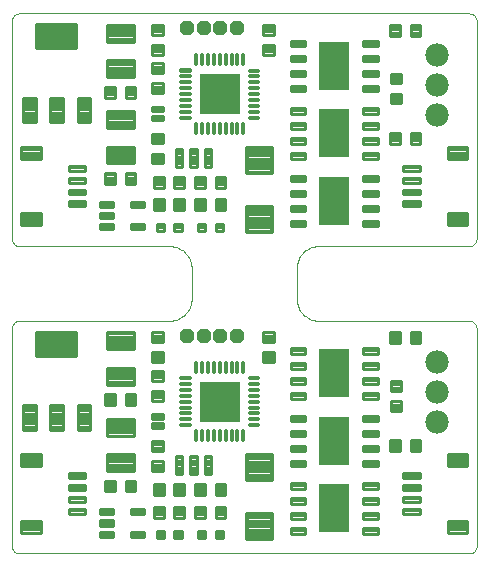
<source format=gts>
G75*
%MOIN*%
%OFA0B0*%
%FSLAX24Y24*%
%IPPOS*%
%LPD*%
%AMOC8*
5,1,8,0,0,1.08239X$1,22.5*
%
%ADD10C,0.0000*%
%ADD11R,0.1000X0.1625*%
%ADD12R,0.1375X0.1375*%
%ADD13C,0.0148*%
%ADD14C,0.0780*%
%ADD15C,0.0108*%
%ADD16C,0.0114*%
%ADD17C,0.0138*%
%ADD18C,0.0138*%
%ADD19C,0.0120*%
%ADD20C,0.0114*%
%ADD21C,0.0116*%
%ADD22C,0.0108*%
%ADD23C,0.0114*%
%ADD24C,0.0107*%
%ADD25C,0.0118*%
%ADD26OC8,0.0480*%
%ADD27C,0.0109*%
%ADD28C,0.0136*%
D10*
X000425Y000238D02*
X015425Y000238D01*
X015455Y000240D01*
X015485Y000245D01*
X015514Y000254D01*
X015541Y000267D01*
X015567Y000282D01*
X015591Y000301D01*
X015612Y000322D01*
X015631Y000346D01*
X015646Y000372D01*
X015659Y000399D01*
X015668Y000428D01*
X015673Y000458D01*
X015675Y000488D01*
X015675Y007738D01*
X015673Y007768D01*
X015668Y007798D01*
X015659Y007827D01*
X015646Y007854D01*
X015631Y007880D01*
X015612Y007904D01*
X015591Y007925D01*
X015567Y007944D01*
X015541Y007959D01*
X015514Y007972D01*
X015485Y007981D01*
X015455Y007986D01*
X015425Y007988D01*
X010425Y007988D01*
X010371Y007990D01*
X010318Y007996D01*
X010266Y008005D01*
X010214Y008018D01*
X010163Y008035D01*
X010113Y008056D01*
X010066Y008080D01*
X010020Y008107D01*
X009976Y008138D01*
X009934Y008171D01*
X009895Y008208D01*
X009858Y008247D01*
X009825Y008289D01*
X009794Y008333D01*
X009767Y008379D01*
X009743Y008426D01*
X009722Y008476D01*
X009705Y008527D01*
X009692Y008579D01*
X009683Y008631D01*
X009677Y008684D01*
X009675Y008738D01*
X009675Y009738D01*
X009677Y009792D01*
X009683Y009845D01*
X009692Y009897D01*
X009705Y009949D01*
X009722Y010000D01*
X009743Y010050D01*
X009767Y010097D01*
X009794Y010143D01*
X009825Y010187D01*
X009858Y010229D01*
X009895Y010268D01*
X009934Y010305D01*
X009976Y010338D01*
X010020Y010369D01*
X010066Y010396D01*
X010113Y010420D01*
X010163Y010441D01*
X010214Y010458D01*
X010266Y010471D01*
X010318Y010480D01*
X010371Y010486D01*
X010425Y010488D01*
X015425Y010488D01*
X015455Y010490D01*
X015485Y010495D01*
X015514Y010504D01*
X015541Y010517D01*
X015567Y010532D01*
X015591Y010551D01*
X015612Y010572D01*
X015631Y010596D01*
X015646Y010622D01*
X015659Y010649D01*
X015668Y010678D01*
X015673Y010708D01*
X015675Y010738D01*
X015675Y017988D01*
X015673Y018018D01*
X015668Y018048D01*
X015659Y018077D01*
X015646Y018104D01*
X015631Y018130D01*
X015612Y018154D01*
X015591Y018175D01*
X015567Y018194D01*
X015541Y018209D01*
X015514Y018222D01*
X015485Y018231D01*
X015455Y018236D01*
X015425Y018238D01*
X000425Y018238D01*
X000395Y018236D01*
X000365Y018231D01*
X000336Y018222D01*
X000309Y018209D01*
X000283Y018194D01*
X000259Y018175D01*
X000238Y018154D01*
X000219Y018130D01*
X000204Y018104D01*
X000191Y018077D01*
X000182Y018048D01*
X000177Y018018D01*
X000175Y017988D01*
X000175Y010738D01*
X000177Y010708D01*
X000182Y010678D01*
X000191Y010649D01*
X000204Y010622D01*
X000219Y010596D01*
X000238Y010572D01*
X000259Y010551D01*
X000283Y010532D01*
X000309Y010517D01*
X000336Y010504D01*
X000365Y010495D01*
X000395Y010490D01*
X000425Y010488D01*
X005425Y010488D01*
X005479Y010486D01*
X005532Y010480D01*
X005584Y010471D01*
X005636Y010458D01*
X005687Y010441D01*
X005737Y010420D01*
X005784Y010396D01*
X005830Y010369D01*
X005874Y010338D01*
X005916Y010305D01*
X005955Y010268D01*
X005992Y010229D01*
X006025Y010187D01*
X006056Y010143D01*
X006083Y010097D01*
X006107Y010050D01*
X006128Y010000D01*
X006145Y009949D01*
X006158Y009897D01*
X006167Y009845D01*
X006173Y009792D01*
X006175Y009738D01*
X006175Y008738D01*
X006173Y008684D01*
X006167Y008631D01*
X006158Y008579D01*
X006145Y008527D01*
X006128Y008476D01*
X006107Y008426D01*
X006083Y008379D01*
X006056Y008333D01*
X006025Y008289D01*
X005992Y008247D01*
X005955Y008208D01*
X005916Y008171D01*
X005874Y008138D01*
X005830Y008107D01*
X005784Y008080D01*
X005737Y008056D01*
X005687Y008035D01*
X005636Y008018D01*
X005584Y008005D01*
X005532Y007996D01*
X005479Y007990D01*
X005425Y007988D01*
X000425Y007988D01*
X000395Y007986D01*
X000365Y007981D01*
X000336Y007972D01*
X000309Y007959D01*
X000283Y007944D01*
X000259Y007925D01*
X000238Y007904D01*
X000219Y007880D01*
X000204Y007854D01*
X000191Y007827D01*
X000182Y007798D01*
X000177Y007768D01*
X000175Y007738D01*
X000175Y000488D01*
X000177Y000458D01*
X000182Y000428D01*
X000191Y000399D01*
X000204Y000372D01*
X000219Y000346D01*
X000238Y000322D01*
X000259Y000301D01*
X000283Y000282D01*
X000309Y000267D01*
X000336Y000254D01*
X000365Y000245D01*
X000395Y000240D01*
X000425Y000238D01*
D11*
X010925Y001738D03*
X010925Y003988D03*
X010925Y006238D03*
X010925Y011988D03*
X010925Y014238D03*
X010925Y016488D03*
D12*
X007113Y015550D03*
X007113Y005300D03*
D13*
X008007Y003515D02*
X008007Y002679D01*
X008007Y003515D02*
X008843Y003515D01*
X008843Y002679D01*
X008007Y002679D01*
X008007Y002826D02*
X008843Y002826D01*
X008843Y002973D02*
X008007Y002973D01*
X008007Y003120D02*
X008843Y003120D01*
X008843Y003267D02*
X008007Y003267D01*
X008007Y003414D02*
X008843Y003414D01*
X008843Y001546D02*
X008843Y000710D01*
X008007Y000710D01*
X008007Y001546D01*
X008843Y001546D01*
X008843Y000857D02*
X008007Y000857D01*
X008007Y001004D02*
X008843Y001004D01*
X008843Y001151D02*
X008007Y001151D01*
X008007Y001298D02*
X008843Y001298D01*
X008843Y001445D02*
X008007Y001445D01*
X008843Y010960D02*
X008843Y011796D01*
X008843Y010960D02*
X008007Y010960D01*
X008007Y011796D01*
X008843Y011796D01*
X008843Y011107D02*
X008007Y011107D01*
X008007Y011254D02*
X008843Y011254D01*
X008843Y011401D02*
X008007Y011401D01*
X008007Y011548D02*
X008843Y011548D01*
X008843Y011695D02*
X008007Y011695D01*
X008007Y012929D02*
X008007Y013765D01*
X008843Y013765D01*
X008843Y012929D01*
X008007Y012929D01*
X008007Y013076D02*
X008843Y013076D01*
X008843Y013223D02*
X008007Y013223D01*
X008007Y013370D02*
X008843Y013370D01*
X008843Y013517D02*
X008007Y013517D01*
X008007Y013664D02*
X008843Y013664D01*
D14*
X014363Y014863D03*
X014363Y015863D03*
X014363Y016863D03*
X014363Y006613D03*
X014363Y005613D03*
X014363Y004613D03*
D15*
X013798Y004013D02*
X013798Y003649D01*
X013472Y003649D01*
X013472Y004013D01*
X013798Y004013D01*
X013798Y003756D02*
X013472Y003756D01*
X013472Y003863D02*
X013798Y003863D01*
X013798Y003970D02*
X013472Y003970D01*
X013128Y004013D02*
X013128Y003649D01*
X012802Y003649D01*
X012802Y004013D01*
X013128Y004013D01*
X013128Y003756D02*
X012802Y003756D01*
X012802Y003863D02*
X013128Y003863D01*
X013128Y003970D02*
X012802Y003970D01*
X012806Y005316D02*
X013170Y005316D01*
X013170Y004990D01*
X012806Y004990D01*
X012806Y005316D01*
X012806Y005097D02*
X013170Y005097D01*
X013170Y005204D02*
X012806Y005204D01*
X012806Y005311D02*
X013170Y005311D01*
X013170Y005985D02*
X012806Y005985D01*
X013170Y005985D02*
X013170Y005659D01*
X012806Y005659D01*
X012806Y005985D01*
X012806Y005766D02*
X013170Y005766D01*
X013170Y005873D02*
X012806Y005873D01*
X012806Y005980D02*
X013170Y005980D01*
X013128Y007243D02*
X013128Y007607D01*
X013128Y007243D02*
X012802Y007243D01*
X012802Y007607D01*
X013128Y007607D01*
X013128Y007350D02*
X012802Y007350D01*
X012802Y007457D02*
X013128Y007457D01*
X013128Y007564D02*
X012802Y007564D01*
X013798Y007607D02*
X013798Y007243D01*
X013472Y007243D01*
X013472Y007607D01*
X013798Y007607D01*
X013798Y007350D02*
X013472Y007350D01*
X013472Y007457D02*
X013798Y007457D01*
X013798Y007564D02*
X013472Y007564D01*
X008920Y007610D02*
X008556Y007610D01*
X008920Y007610D02*
X008920Y007284D01*
X008556Y007284D01*
X008556Y007610D01*
X008556Y007391D02*
X008920Y007391D01*
X008920Y007498D02*
X008556Y007498D01*
X008556Y007605D02*
X008920Y007605D01*
X008920Y006941D02*
X008556Y006941D01*
X008920Y006941D02*
X008920Y006615D01*
X008556Y006615D01*
X008556Y006941D01*
X008556Y006722D02*
X008920Y006722D01*
X008920Y006829D02*
X008556Y006829D01*
X008556Y006936D02*
X008920Y006936D01*
X005232Y006941D02*
X004868Y006941D01*
X005232Y006941D02*
X005232Y006615D01*
X004868Y006615D01*
X004868Y006941D01*
X004868Y006722D02*
X005232Y006722D01*
X005232Y006829D02*
X004868Y006829D01*
X004868Y006936D02*
X005232Y006936D01*
X005232Y007610D02*
X004868Y007610D01*
X005232Y007610D02*
X005232Y007284D01*
X004868Y007284D01*
X004868Y007610D01*
X004868Y007391D02*
X005232Y007391D01*
X005232Y007498D02*
X004868Y007498D01*
X004868Y007605D02*
X005232Y007605D01*
X004868Y006329D02*
X004868Y006003D01*
X004868Y006329D02*
X005232Y006329D01*
X005232Y006003D01*
X004868Y006003D01*
X004868Y006110D02*
X005232Y006110D01*
X005232Y006217D02*
X004868Y006217D01*
X004868Y006324D02*
X005232Y006324D01*
X004868Y005660D02*
X004868Y005334D01*
X004868Y005660D02*
X005232Y005660D01*
X005232Y005334D01*
X004868Y005334D01*
X004868Y005441D02*
X005232Y005441D01*
X005232Y005548D02*
X004868Y005548D01*
X004868Y005655D02*
X005232Y005655D01*
X004298Y005545D02*
X004298Y005181D01*
X003972Y005181D01*
X003972Y005545D01*
X004298Y005545D01*
X004298Y005288D02*
X003972Y005288D01*
X003972Y005395D02*
X004298Y005395D01*
X004298Y005502D02*
X003972Y005502D01*
X003628Y005545D02*
X003628Y005181D01*
X003302Y005181D01*
X003302Y005545D01*
X003628Y005545D01*
X003628Y005288D02*
X003302Y005288D01*
X003302Y005395D02*
X003628Y005395D01*
X003628Y005502D02*
X003302Y005502D01*
X004868Y003659D02*
X005232Y003659D01*
X004868Y003659D02*
X004868Y003985D01*
X005232Y003985D01*
X005232Y003659D01*
X005232Y003766D02*
X004868Y003766D01*
X004868Y003873D02*
X005232Y003873D01*
X005232Y003980D02*
X004868Y003980D01*
X004868Y002990D02*
X005232Y002990D01*
X004868Y002990D02*
X004868Y003316D01*
X005232Y003316D01*
X005232Y002990D01*
X005232Y003097D02*
X004868Y003097D01*
X004868Y003204D02*
X005232Y003204D01*
X005232Y003311D02*
X004868Y003311D01*
X003972Y002670D02*
X003972Y002306D01*
X003972Y002670D02*
X004298Y002670D01*
X004298Y002306D01*
X003972Y002306D01*
X003972Y002413D02*
X004298Y002413D01*
X004298Y002520D02*
X003972Y002520D01*
X003972Y002627D02*
X004298Y002627D01*
X005253Y002545D02*
X005253Y002181D01*
X004927Y002181D01*
X004927Y002545D01*
X005253Y002545D01*
X005253Y002288D02*
X004927Y002288D01*
X004927Y002395D02*
X005253Y002395D01*
X005253Y002502D02*
X004927Y002502D01*
X005923Y002545D02*
X005923Y002181D01*
X005597Y002181D01*
X005597Y002545D01*
X005923Y002545D01*
X005923Y002288D02*
X005597Y002288D01*
X005597Y002395D02*
X005923Y002395D01*
X005923Y002502D02*
X005597Y002502D01*
X006302Y002545D02*
X006302Y002181D01*
X006302Y002545D02*
X006628Y002545D01*
X006628Y002181D01*
X006302Y002181D01*
X006302Y002288D02*
X006628Y002288D01*
X006628Y002395D02*
X006302Y002395D01*
X006302Y002502D02*
X006628Y002502D01*
X006972Y002545D02*
X006972Y002181D01*
X006972Y002545D02*
X007298Y002545D01*
X007298Y002181D01*
X006972Y002181D01*
X006972Y002288D02*
X007298Y002288D01*
X007298Y002395D02*
X006972Y002395D01*
X006972Y002502D02*
X007298Y002502D01*
X007298Y001795D02*
X006972Y001795D01*
X007298Y001795D02*
X007298Y001431D01*
X006972Y001431D01*
X006972Y001795D01*
X006972Y001538D02*
X007298Y001538D01*
X007298Y001645D02*
X006972Y001645D01*
X006972Y001752D02*
X007298Y001752D01*
X006628Y001795D02*
X006302Y001795D01*
X006628Y001795D02*
X006628Y001431D01*
X006302Y001431D01*
X006302Y001795D01*
X006302Y001538D02*
X006628Y001538D01*
X006628Y001645D02*
X006302Y001645D01*
X006302Y001752D02*
X006628Y001752D01*
X005923Y001431D02*
X005597Y001431D01*
X005597Y001795D01*
X005923Y001795D01*
X005923Y001431D01*
X005923Y001538D02*
X005597Y001538D01*
X005597Y001645D02*
X005923Y001645D01*
X005923Y001752D02*
X005597Y001752D01*
X005253Y001431D02*
X004927Y001431D01*
X004927Y001795D01*
X005253Y001795D01*
X005253Y001431D01*
X005253Y001538D02*
X004927Y001538D01*
X004927Y001645D02*
X005253Y001645D01*
X005253Y001752D02*
X004927Y001752D01*
X003302Y002306D02*
X003302Y002670D01*
X003628Y002670D01*
X003628Y002306D01*
X003302Y002306D01*
X003302Y002413D02*
X003628Y002413D01*
X003628Y002520D02*
X003302Y002520D01*
X003302Y002627D02*
X003628Y002627D01*
X004927Y011681D02*
X005253Y011681D01*
X004927Y011681D02*
X004927Y012045D01*
X005253Y012045D01*
X005253Y011681D01*
X005253Y011788D02*
X004927Y011788D01*
X004927Y011895D02*
X005253Y011895D01*
X005253Y012002D02*
X004927Y012002D01*
X005253Y012431D02*
X005253Y012795D01*
X005253Y012431D02*
X004927Y012431D01*
X004927Y012795D01*
X005253Y012795D01*
X005253Y012538D02*
X004927Y012538D01*
X004927Y012645D02*
X005253Y012645D01*
X005253Y012752D02*
X004927Y012752D01*
X004868Y013240D02*
X005232Y013240D01*
X004868Y013240D02*
X004868Y013566D01*
X005232Y013566D01*
X005232Y013240D01*
X005232Y013347D02*
X004868Y013347D01*
X004868Y013454D02*
X005232Y013454D01*
X005232Y013561D02*
X004868Y013561D01*
X004868Y013909D02*
X005232Y013909D01*
X004868Y013909D02*
X004868Y014235D01*
X005232Y014235D01*
X005232Y013909D01*
X005232Y014016D02*
X004868Y014016D01*
X004868Y014123D02*
X005232Y014123D01*
X005232Y014230D02*
X004868Y014230D01*
X004868Y015584D02*
X004868Y015910D01*
X005232Y015910D01*
X005232Y015584D01*
X004868Y015584D01*
X004868Y015691D02*
X005232Y015691D01*
X005232Y015798D02*
X004868Y015798D01*
X004868Y015905D02*
X005232Y015905D01*
X004868Y016253D02*
X004868Y016579D01*
X005232Y016579D01*
X005232Y016253D01*
X004868Y016253D01*
X004868Y016360D02*
X005232Y016360D01*
X005232Y016467D02*
X004868Y016467D01*
X004868Y016574D02*
X005232Y016574D01*
X005232Y017191D02*
X004868Y017191D01*
X005232Y017191D02*
X005232Y016865D01*
X004868Y016865D01*
X004868Y017191D01*
X004868Y016972D02*
X005232Y016972D01*
X005232Y017079D02*
X004868Y017079D01*
X004868Y017186D02*
X005232Y017186D01*
X005232Y017860D02*
X004868Y017860D01*
X005232Y017860D02*
X005232Y017534D01*
X004868Y017534D01*
X004868Y017860D01*
X004868Y017641D02*
X005232Y017641D01*
X005232Y017748D02*
X004868Y017748D01*
X004868Y017855D02*
X005232Y017855D01*
X004298Y015795D02*
X004298Y015431D01*
X003972Y015431D01*
X003972Y015795D01*
X004298Y015795D01*
X004298Y015538D02*
X003972Y015538D01*
X003972Y015645D02*
X004298Y015645D01*
X004298Y015752D02*
X003972Y015752D01*
X003628Y015795D02*
X003628Y015431D01*
X003302Y015431D01*
X003302Y015795D01*
X003628Y015795D01*
X003628Y015538D02*
X003302Y015538D01*
X003302Y015645D02*
X003628Y015645D01*
X003628Y015752D02*
X003302Y015752D01*
X003302Y012920D02*
X003302Y012556D01*
X003302Y012920D02*
X003628Y012920D01*
X003628Y012556D01*
X003302Y012556D01*
X003302Y012663D02*
X003628Y012663D01*
X003628Y012770D02*
X003302Y012770D01*
X003302Y012877D02*
X003628Y012877D01*
X003972Y012920D02*
X003972Y012556D01*
X003972Y012920D02*
X004298Y012920D01*
X004298Y012556D01*
X003972Y012556D01*
X003972Y012663D02*
X004298Y012663D01*
X004298Y012770D02*
X003972Y012770D01*
X003972Y012877D02*
X004298Y012877D01*
X005923Y012795D02*
X005923Y012431D01*
X005597Y012431D01*
X005597Y012795D01*
X005923Y012795D01*
X005923Y012538D02*
X005597Y012538D01*
X005597Y012645D02*
X005923Y012645D01*
X005923Y012752D02*
X005597Y012752D01*
X006302Y012795D02*
X006302Y012431D01*
X006302Y012795D02*
X006628Y012795D01*
X006628Y012431D01*
X006302Y012431D01*
X006302Y012538D02*
X006628Y012538D01*
X006628Y012645D02*
X006302Y012645D01*
X006302Y012752D02*
X006628Y012752D01*
X006972Y012795D02*
X006972Y012431D01*
X006972Y012795D02*
X007298Y012795D01*
X007298Y012431D01*
X006972Y012431D01*
X006972Y012538D02*
X007298Y012538D01*
X007298Y012645D02*
X006972Y012645D01*
X006972Y012752D02*
X007298Y012752D01*
X007298Y012045D02*
X006972Y012045D01*
X007298Y012045D02*
X007298Y011681D01*
X006972Y011681D01*
X006972Y012045D01*
X006972Y011788D02*
X007298Y011788D01*
X007298Y011895D02*
X006972Y011895D01*
X006972Y012002D02*
X007298Y012002D01*
X006628Y012045D02*
X006302Y012045D01*
X006628Y012045D02*
X006628Y011681D01*
X006302Y011681D01*
X006302Y012045D01*
X006302Y011788D02*
X006628Y011788D01*
X006628Y011895D02*
X006302Y011895D01*
X006302Y012002D02*
X006628Y012002D01*
X005923Y011681D02*
X005597Y011681D01*
X005597Y012045D01*
X005923Y012045D01*
X005923Y011681D01*
X005923Y011788D02*
X005597Y011788D01*
X005597Y011895D02*
X005923Y011895D01*
X005923Y012002D02*
X005597Y012002D01*
X008556Y017191D02*
X008920Y017191D01*
X008920Y016865D01*
X008556Y016865D01*
X008556Y017191D01*
X008556Y016972D02*
X008920Y016972D01*
X008920Y017079D02*
X008556Y017079D01*
X008556Y017186D02*
X008920Y017186D01*
X008920Y017860D02*
X008556Y017860D01*
X008920Y017860D02*
X008920Y017534D01*
X008556Y017534D01*
X008556Y017860D01*
X008556Y017641D02*
X008920Y017641D01*
X008920Y017748D02*
X008556Y017748D01*
X008556Y017855D02*
X008920Y017855D01*
X013128Y017857D02*
X013128Y017493D01*
X012802Y017493D01*
X012802Y017857D01*
X013128Y017857D01*
X013128Y017600D02*
X012802Y017600D01*
X012802Y017707D02*
X013128Y017707D01*
X013128Y017814D02*
X012802Y017814D01*
X013798Y017857D02*
X013798Y017493D01*
X013472Y017493D01*
X013472Y017857D01*
X013798Y017857D01*
X013798Y017600D02*
X013472Y017600D01*
X013472Y017707D02*
X013798Y017707D01*
X013798Y017814D02*
X013472Y017814D01*
X013170Y016235D02*
X012806Y016235D01*
X013170Y016235D02*
X013170Y015909D01*
X012806Y015909D01*
X012806Y016235D01*
X012806Y016016D02*
X013170Y016016D01*
X013170Y016123D02*
X012806Y016123D01*
X012806Y016230D02*
X013170Y016230D01*
X013170Y015566D02*
X012806Y015566D01*
X013170Y015566D02*
X013170Y015240D01*
X012806Y015240D01*
X012806Y015566D01*
X012806Y015347D02*
X013170Y015347D01*
X013170Y015454D02*
X012806Y015454D01*
X012806Y015561D02*
X013170Y015561D01*
X013128Y014263D02*
X013128Y013899D01*
X012802Y013899D01*
X012802Y014263D01*
X013128Y014263D01*
X013128Y014006D02*
X012802Y014006D01*
X012802Y014113D02*
X013128Y014113D01*
X013128Y014220D02*
X012802Y014220D01*
X013798Y014263D02*
X013798Y013899D01*
X013472Y013899D01*
X013472Y014263D01*
X013798Y014263D01*
X013798Y014006D02*
X013472Y014006D01*
X013472Y014113D02*
X013798Y014113D01*
X013798Y014220D02*
X013472Y014220D01*
D16*
X011897Y014081D02*
X011897Y013895D01*
X011897Y014081D02*
X012373Y014081D01*
X012373Y013895D01*
X011897Y013895D01*
X011897Y014008D02*
X012373Y014008D01*
X011897Y014395D02*
X011897Y014581D01*
X012373Y014581D01*
X012373Y014395D01*
X011897Y014395D01*
X011897Y014508D02*
X012373Y014508D01*
X011897Y014895D02*
X011897Y015081D01*
X012373Y015081D01*
X012373Y014895D01*
X011897Y014895D01*
X011897Y015008D02*
X012373Y015008D01*
X011897Y015645D02*
X011897Y015831D01*
X012373Y015831D01*
X012373Y015645D01*
X011897Y015645D01*
X011897Y015758D02*
X012373Y015758D01*
X011897Y016145D02*
X011897Y016331D01*
X012373Y016331D01*
X012373Y016145D01*
X011897Y016145D01*
X011897Y016258D02*
X012373Y016258D01*
X011897Y016645D02*
X011897Y016831D01*
X012373Y016831D01*
X012373Y016645D01*
X011897Y016645D01*
X011897Y016758D02*
X012373Y016758D01*
X011897Y017145D02*
X011897Y017331D01*
X012373Y017331D01*
X012373Y017145D01*
X011897Y017145D01*
X011897Y017258D02*
X012373Y017258D01*
X009477Y017331D02*
X009477Y017145D01*
X009477Y017331D02*
X009953Y017331D01*
X009953Y017145D01*
X009477Y017145D01*
X009477Y017258D02*
X009953Y017258D01*
X009477Y016831D02*
X009477Y016645D01*
X009477Y016831D02*
X009953Y016831D01*
X009953Y016645D01*
X009477Y016645D01*
X009477Y016758D02*
X009953Y016758D01*
X009477Y016331D02*
X009477Y016145D01*
X009477Y016331D02*
X009953Y016331D01*
X009953Y016145D01*
X009477Y016145D01*
X009477Y016258D02*
X009953Y016258D01*
X009477Y015831D02*
X009477Y015645D01*
X009477Y015831D02*
X009953Y015831D01*
X009953Y015645D01*
X009477Y015645D01*
X009477Y015758D02*
X009953Y015758D01*
X009477Y015081D02*
X009477Y014895D01*
X009477Y015081D02*
X009953Y015081D01*
X009953Y014895D01*
X009477Y014895D01*
X009477Y015008D02*
X009953Y015008D01*
X009477Y014581D02*
X009477Y014395D01*
X009477Y014581D02*
X009953Y014581D01*
X009953Y014395D01*
X009477Y014395D01*
X009477Y014508D02*
X009953Y014508D01*
X009477Y014081D02*
X009477Y013895D01*
X009477Y014081D02*
X009953Y014081D01*
X009953Y013895D01*
X009477Y013895D01*
X009477Y014008D02*
X009953Y014008D01*
X009477Y013581D02*
X009477Y013395D01*
X009477Y013581D02*
X009953Y013581D01*
X009953Y013395D01*
X009477Y013395D01*
X009477Y013508D02*
X009953Y013508D01*
X009477Y012831D02*
X009477Y012645D01*
X009477Y012831D02*
X009953Y012831D01*
X009953Y012645D01*
X009477Y012645D01*
X009477Y012758D02*
X009953Y012758D01*
X009477Y012331D02*
X009477Y012145D01*
X009477Y012331D02*
X009953Y012331D01*
X009953Y012145D01*
X009477Y012145D01*
X009477Y012258D02*
X009953Y012258D01*
X009477Y011831D02*
X009477Y011645D01*
X009477Y011831D02*
X009953Y011831D01*
X009953Y011645D01*
X009477Y011645D01*
X009477Y011758D02*
X009953Y011758D01*
X009477Y011331D02*
X009477Y011145D01*
X009477Y011331D02*
X009953Y011331D01*
X009953Y011145D01*
X009477Y011145D01*
X009477Y011258D02*
X009953Y011258D01*
X011897Y011331D02*
X011897Y011145D01*
X011897Y011331D02*
X012373Y011331D01*
X012373Y011145D01*
X011897Y011145D01*
X011897Y011258D02*
X012373Y011258D01*
X011897Y011645D02*
X011897Y011831D01*
X012373Y011831D01*
X012373Y011645D01*
X011897Y011645D01*
X011897Y011758D02*
X012373Y011758D01*
X011897Y012145D02*
X011897Y012331D01*
X012373Y012331D01*
X012373Y012145D01*
X011897Y012145D01*
X011897Y012258D02*
X012373Y012258D01*
X011897Y012645D02*
X011897Y012831D01*
X012373Y012831D01*
X012373Y012645D01*
X011897Y012645D01*
X011897Y012758D02*
X012373Y012758D01*
X011897Y013395D02*
X011897Y013581D01*
X012373Y013581D01*
X012373Y013395D01*
X011897Y013395D01*
X011897Y013508D02*
X012373Y013508D01*
X011897Y007081D02*
X011897Y006895D01*
X011897Y007081D02*
X012373Y007081D01*
X012373Y006895D01*
X011897Y006895D01*
X011897Y007008D02*
X012373Y007008D01*
X011897Y006581D02*
X011897Y006395D01*
X011897Y006581D02*
X012373Y006581D01*
X012373Y006395D01*
X011897Y006395D01*
X011897Y006508D02*
X012373Y006508D01*
X011897Y006081D02*
X011897Y005895D01*
X011897Y006081D02*
X012373Y006081D01*
X012373Y005895D01*
X011897Y005895D01*
X011897Y006008D02*
X012373Y006008D01*
X011897Y005581D02*
X011897Y005395D01*
X011897Y005581D02*
X012373Y005581D01*
X012373Y005395D01*
X011897Y005395D01*
X011897Y005508D02*
X012373Y005508D01*
X011897Y004831D02*
X011897Y004645D01*
X011897Y004831D02*
X012373Y004831D01*
X012373Y004645D01*
X011897Y004645D01*
X011897Y004758D02*
X012373Y004758D01*
X011897Y004331D02*
X011897Y004145D01*
X011897Y004331D02*
X012373Y004331D01*
X012373Y004145D01*
X011897Y004145D01*
X011897Y004258D02*
X012373Y004258D01*
X011897Y003831D02*
X011897Y003645D01*
X011897Y003831D02*
X012373Y003831D01*
X012373Y003645D01*
X011897Y003645D01*
X011897Y003758D02*
X012373Y003758D01*
X011897Y003331D02*
X011897Y003145D01*
X011897Y003331D02*
X012373Y003331D01*
X012373Y003145D01*
X011897Y003145D01*
X011897Y003258D02*
X012373Y003258D01*
X011897Y002581D02*
X011897Y002395D01*
X011897Y002581D02*
X012373Y002581D01*
X012373Y002395D01*
X011897Y002395D01*
X011897Y002508D02*
X012373Y002508D01*
X011897Y002081D02*
X011897Y001895D01*
X011897Y002081D02*
X012373Y002081D01*
X012373Y001895D01*
X011897Y001895D01*
X011897Y002008D02*
X012373Y002008D01*
X011897Y001581D02*
X011897Y001395D01*
X011897Y001581D02*
X012373Y001581D01*
X012373Y001395D01*
X011897Y001395D01*
X011897Y001508D02*
X012373Y001508D01*
X011897Y001081D02*
X011897Y000895D01*
X011897Y001081D02*
X012373Y001081D01*
X012373Y000895D01*
X011897Y000895D01*
X011897Y001008D02*
X012373Y001008D01*
X009477Y001081D02*
X009477Y000895D01*
X009477Y001081D02*
X009953Y001081D01*
X009953Y000895D01*
X009477Y000895D01*
X009477Y001008D02*
X009953Y001008D01*
X009477Y001395D02*
X009477Y001581D01*
X009953Y001581D01*
X009953Y001395D01*
X009477Y001395D01*
X009477Y001508D02*
X009953Y001508D01*
X009477Y001895D02*
X009477Y002081D01*
X009953Y002081D01*
X009953Y001895D01*
X009477Y001895D01*
X009477Y002008D02*
X009953Y002008D01*
X009477Y002395D02*
X009477Y002581D01*
X009953Y002581D01*
X009953Y002395D01*
X009477Y002395D01*
X009477Y002508D02*
X009953Y002508D01*
X009477Y003145D02*
X009477Y003331D01*
X009953Y003331D01*
X009953Y003145D01*
X009477Y003145D01*
X009477Y003258D02*
X009953Y003258D01*
X009477Y003645D02*
X009477Y003831D01*
X009953Y003831D01*
X009953Y003645D01*
X009477Y003645D01*
X009477Y003758D02*
X009953Y003758D01*
X009477Y004145D02*
X009477Y004331D01*
X009953Y004331D01*
X009953Y004145D01*
X009477Y004145D01*
X009477Y004258D02*
X009953Y004258D01*
X009477Y004645D02*
X009477Y004831D01*
X009953Y004831D01*
X009953Y004645D01*
X009477Y004645D01*
X009477Y004758D02*
X009953Y004758D01*
X009477Y005395D02*
X009477Y005581D01*
X009953Y005581D01*
X009953Y005395D01*
X009477Y005395D01*
X009477Y005508D02*
X009953Y005508D01*
X009477Y005895D02*
X009477Y006081D01*
X009953Y006081D01*
X009953Y005895D01*
X009477Y005895D01*
X009477Y006008D02*
X009953Y006008D01*
X009477Y006395D02*
X009477Y006581D01*
X009953Y006581D01*
X009953Y006395D01*
X009477Y006395D01*
X009477Y006508D02*
X009953Y006508D01*
X009477Y006895D02*
X009477Y007081D01*
X009953Y007081D01*
X009953Y006895D01*
X009477Y006895D01*
X009477Y007008D02*
X009953Y007008D01*
D17*
X008402Y006087D02*
X008106Y006087D01*
X008106Y005891D02*
X008402Y005891D01*
X008402Y005694D02*
X008106Y005694D01*
X008106Y005497D02*
X008402Y005497D01*
X008402Y005300D02*
X008106Y005300D01*
X008106Y005103D02*
X008402Y005103D01*
X008402Y004906D02*
X008106Y004906D01*
X008106Y004709D02*
X008402Y004709D01*
X008402Y004513D02*
X008106Y004513D01*
X007900Y004306D02*
X007900Y004010D01*
X007703Y004010D02*
X007703Y004306D01*
X007506Y004306D02*
X007506Y004010D01*
X007309Y004010D02*
X007309Y004306D01*
X007113Y004306D02*
X007113Y004010D01*
X006916Y004010D02*
X006916Y004306D01*
X006719Y004306D02*
X006719Y004010D01*
X006522Y004010D02*
X006522Y004306D01*
X006325Y004306D02*
X006325Y004010D01*
X006119Y004513D02*
X005823Y004513D01*
X005823Y004709D02*
X006119Y004709D01*
X006119Y004906D02*
X005823Y004906D01*
X005823Y005103D02*
X006119Y005103D01*
X006119Y005300D02*
X005823Y005300D01*
X005823Y005497D02*
X006119Y005497D01*
X006119Y005694D02*
X005823Y005694D01*
X005823Y005891D02*
X006119Y005891D01*
X006325Y006294D02*
X006325Y006590D01*
X006522Y006590D02*
X006522Y006294D01*
X006719Y006294D02*
X006719Y006590D01*
X006916Y006590D02*
X006916Y006294D01*
X007113Y006294D02*
X007113Y006590D01*
X007309Y006590D02*
X007309Y006294D01*
X007506Y006294D02*
X007506Y006590D01*
X007703Y006590D02*
X007703Y006294D01*
X007900Y006294D02*
X007900Y006590D01*
X007900Y014260D02*
X007900Y014556D01*
X007703Y014556D02*
X007703Y014260D01*
X007506Y014260D02*
X007506Y014556D01*
X007309Y014556D02*
X007309Y014260D01*
X007113Y014260D02*
X007113Y014556D01*
X006916Y014556D02*
X006916Y014260D01*
X006719Y014260D02*
X006719Y014556D01*
X006522Y014556D02*
X006522Y014260D01*
X006325Y014260D02*
X006325Y014556D01*
X006119Y014763D02*
X005823Y014763D01*
X005823Y014959D02*
X006119Y014959D01*
X006119Y015156D02*
X005823Y015156D01*
X005823Y015353D02*
X006119Y015353D01*
X006119Y015550D02*
X005823Y015550D01*
X005823Y015747D02*
X006119Y015747D01*
X006119Y015944D02*
X005823Y015944D01*
X005823Y016141D02*
X006119Y016141D01*
X006325Y016544D02*
X006325Y016840D01*
X006522Y016840D02*
X006522Y016544D01*
X006719Y016544D02*
X006719Y016840D01*
X006916Y016840D02*
X006916Y016544D01*
X007113Y016544D02*
X007113Y016840D01*
X007309Y016840D02*
X007309Y016544D01*
X007506Y016544D02*
X007506Y016840D01*
X007703Y016840D02*
X007703Y016544D01*
X007900Y016544D02*
X007900Y016840D01*
X008106Y016337D02*
X008402Y016337D01*
X008402Y016141D02*
X008106Y016141D01*
X008106Y015944D02*
X008402Y015944D01*
X008402Y015747D02*
X008106Y015747D01*
X008106Y015550D02*
X008402Y015550D01*
X008402Y015353D02*
X008106Y015353D01*
X008106Y015156D02*
X008402Y015156D01*
X008402Y014959D02*
X008106Y014959D01*
X008106Y014763D02*
X008402Y014763D01*
D18*
X006119Y016333D02*
X005823Y016333D01*
X005823Y016341D01*
X006119Y016341D01*
X006119Y016333D01*
X006119Y006083D02*
X005823Y006083D01*
X005823Y006091D01*
X006119Y006091D01*
X006119Y006083D01*
D19*
X005210Y004854D02*
X005210Y004734D01*
X004890Y004734D01*
X004890Y004854D01*
X005210Y004854D01*
X005210Y004853D02*
X004890Y004853D01*
X005210Y004554D02*
X005210Y004434D01*
X004890Y004434D01*
X004890Y004554D01*
X005210Y004554D01*
X005210Y004553D02*
X004890Y004553D01*
X005210Y014684D02*
X005210Y014804D01*
X005210Y014684D02*
X004890Y014684D01*
X004890Y014804D01*
X005210Y014804D01*
X005210Y014803D02*
X004890Y014803D01*
X005210Y014984D02*
X005210Y015104D01*
X005210Y014984D02*
X004890Y014984D01*
X004890Y015104D01*
X005210Y015104D01*
X005210Y015103D02*
X004890Y015103D01*
D20*
X005664Y013128D02*
X005866Y013128D01*
X005664Y013128D02*
X005664Y013722D01*
X005866Y013722D01*
X005866Y013128D01*
X005866Y013241D02*
X005664Y013241D01*
X005664Y013354D02*
X005866Y013354D01*
X005866Y013467D02*
X005664Y013467D01*
X005664Y013580D02*
X005866Y013580D01*
X005866Y013693D02*
X005664Y013693D01*
X006137Y013128D02*
X006339Y013128D01*
X006137Y013128D02*
X006137Y013722D01*
X006339Y013722D01*
X006339Y013128D01*
X006339Y013241D02*
X006137Y013241D01*
X006137Y013354D02*
X006339Y013354D01*
X006339Y013467D02*
X006137Y013467D01*
X006137Y013580D02*
X006339Y013580D01*
X006339Y013693D02*
X006137Y013693D01*
X006609Y013128D02*
X006811Y013128D01*
X006609Y013128D02*
X006609Y013722D01*
X006811Y013722D01*
X006811Y013128D01*
X006811Y013241D02*
X006609Y013241D01*
X006609Y013354D02*
X006811Y013354D01*
X006811Y013467D02*
X006609Y013467D01*
X006609Y013580D02*
X006811Y013580D01*
X006811Y013693D02*
X006609Y013693D01*
X006609Y002878D02*
X006811Y002878D01*
X006609Y002878D02*
X006609Y003472D01*
X006811Y003472D01*
X006811Y002878D01*
X006811Y002991D02*
X006609Y002991D01*
X006609Y003104D02*
X006811Y003104D01*
X006811Y003217D02*
X006609Y003217D01*
X006609Y003330D02*
X006811Y003330D01*
X006811Y003443D02*
X006609Y003443D01*
X006339Y002878D02*
X006137Y002878D01*
X006137Y003472D01*
X006339Y003472D01*
X006339Y002878D01*
X006339Y002991D02*
X006137Y002991D01*
X006137Y003104D02*
X006339Y003104D01*
X006339Y003217D02*
X006137Y003217D01*
X006137Y003330D02*
X006339Y003330D01*
X006339Y003443D02*
X006137Y003443D01*
X005866Y002878D02*
X005664Y002878D01*
X005664Y003472D01*
X005866Y003472D01*
X005866Y002878D01*
X005866Y002991D02*
X005664Y002991D01*
X005664Y003104D02*
X005866Y003104D01*
X005866Y003217D02*
X005664Y003217D01*
X005664Y003330D02*
X005866Y003330D01*
X005866Y003443D02*
X005664Y003443D01*
D21*
X002079Y002908D02*
X002079Y002748D01*
X002079Y002908D02*
X002613Y002908D01*
X002613Y002748D01*
X002079Y002748D01*
X002079Y002863D02*
X002613Y002863D01*
X002079Y002514D02*
X002079Y002354D01*
X002079Y002514D02*
X002613Y002514D01*
X002613Y002354D01*
X002079Y002354D01*
X002079Y002469D02*
X002613Y002469D01*
X002079Y002121D02*
X002079Y001961D01*
X002079Y002121D02*
X002613Y002121D01*
X002613Y001961D01*
X002079Y001961D01*
X002079Y002076D02*
X002613Y002076D01*
X002079Y001727D02*
X002079Y001567D01*
X002079Y001727D02*
X002613Y001727D01*
X002613Y001567D01*
X002079Y001567D01*
X002079Y001682D02*
X002613Y001682D01*
X002079Y011817D02*
X002079Y011977D01*
X002613Y011977D01*
X002613Y011817D01*
X002079Y011817D01*
X002079Y011932D02*
X002613Y011932D01*
X002079Y012211D02*
X002079Y012371D01*
X002613Y012371D01*
X002613Y012211D01*
X002079Y012211D01*
X002079Y012326D02*
X002613Y012326D01*
X002079Y012604D02*
X002079Y012764D01*
X002613Y012764D01*
X002613Y012604D01*
X002079Y012604D01*
X002079Y012719D02*
X002613Y012719D01*
X002079Y012998D02*
X002079Y013158D01*
X002613Y013158D01*
X002613Y012998D01*
X002079Y012998D01*
X002079Y013113D02*
X002613Y013113D01*
X013771Y013158D02*
X013771Y012998D01*
X013237Y012998D01*
X013237Y013158D01*
X013771Y013158D01*
X013771Y013113D02*
X013237Y013113D01*
X013771Y012764D02*
X013771Y012604D01*
X013237Y012604D01*
X013237Y012764D01*
X013771Y012764D01*
X013771Y012719D02*
X013237Y012719D01*
X013771Y012371D02*
X013771Y012211D01*
X013237Y012211D01*
X013237Y012371D01*
X013771Y012371D01*
X013771Y012326D02*
X013237Y012326D01*
X013771Y011977D02*
X013771Y011817D01*
X013237Y011817D01*
X013237Y011977D01*
X013771Y011977D01*
X013771Y011932D02*
X013237Y011932D01*
X013771Y002908D02*
X013771Y002748D01*
X013237Y002748D01*
X013237Y002908D01*
X013771Y002908D01*
X013771Y002863D02*
X013237Y002863D01*
X013771Y002514D02*
X013771Y002354D01*
X013237Y002354D01*
X013237Y002514D01*
X013771Y002514D01*
X013771Y002469D02*
X013237Y002469D01*
X013771Y002121D02*
X013771Y001961D01*
X013237Y001961D01*
X013237Y002121D01*
X013771Y002121D01*
X013771Y002076D02*
X013237Y002076D01*
X013771Y001727D02*
X013771Y001567D01*
X013237Y001567D01*
X013237Y001727D01*
X013771Y001727D01*
X013771Y001682D02*
X013237Y001682D01*
D22*
X015349Y001337D02*
X015349Y000933D01*
X014709Y000933D01*
X014709Y001337D01*
X015349Y001337D01*
X015349Y001040D02*
X014709Y001040D01*
X014709Y001147D02*
X015349Y001147D01*
X015349Y001254D02*
X014709Y001254D01*
X015349Y003138D02*
X015349Y003542D01*
X015349Y003138D02*
X014709Y003138D01*
X014709Y003542D01*
X015349Y003542D01*
X015349Y003245D02*
X014709Y003245D01*
X014709Y003352D02*
X015349Y003352D01*
X015349Y003459D02*
X014709Y003459D01*
X015349Y011183D02*
X015349Y011587D01*
X015349Y011183D02*
X014709Y011183D01*
X014709Y011587D01*
X015349Y011587D01*
X015349Y011290D02*
X014709Y011290D01*
X014709Y011397D02*
X015349Y011397D01*
X015349Y011504D02*
X014709Y011504D01*
X015349Y013388D02*
X015349Y013792D01*
X015349Y013388D02*
X014709Y013388D01*
X014709Y013792D01*
X015349Y013792D01*
X015349Y013495D02*
X014709Y013495D01*
X014709Y013602D02*
X015349Y013602D01*
X015349Y013709D02*
X014709Y013709D01*
X000501Y013792D02*
X000501Y013388D01*
X000501Y013792D02*
X001141Y013792D01*
X001141Y013388D01*
X000501Y013388D01*
X000501Y013495D02*
X001141Y013495D01*
X001141Y013602D02*
X000501Y013602D01*
X000501Y013709D02*
X001141Y013709D01*
X000501Y011587D02*
X000501Y011183D01*
X000501Y011587D02*
X001141Y011587D01*
X001141Y011183D01*
X000501Y011183D01*
X000501Y011290D02*
X001141Y011290D01*
X001141Y011397D02*
X000501Y011397D01*
X000501Y011504D02*
X001141Y011504D01*
X000501Y003542D02*
X000501Y003138D01*
X000501Y003542D02*
X001141Y003542D01*
X001141Y003138D01*
X000501Y003138D01*
X000501Y003245D02*
X001141Y003245D01*
X001141Y003352D02*
X000501Y003352D01*
X000501Y003459D02*
X001141Y003459D01*
X000501Y001337D02*
X000501Y000933D01*
X000501Y001337D02*
X001141Y001337D01*
X001141Y000933D01*
X000501Y000933D01*
X000501Y001040D02*
X001141Y001040D01*
X001141Y001147D02*
X000501Y001147D01*
X000501Y001254D02*
X001141Y001254D01*
D23*
X005250Y000983D02*
X005250Y000743D01*
X005010Y000743D01*
X005010Y000983D01*
X005250Y000983D01*
X005250Y000856D02*
X005010Y000856D01*
X005010Y000969D02*
X005250Y000969D01*
X005840Y000983D02*
X005840Y000743D01*
X005600Y000743D01*
X005600Y000983D01*
X005840Y000983D01*
X005840Y000856D02*
X005600Y000856D01*
X005600Y000969D02*
X005840Y000969D01*
X006385Y000983D02*
X006385Y000743D01*
X006385Y000983D02*
X006625Y000983D01*
X006625Y000743D01*
X006385Y000743D01*
X006385Y000856D02*
X006625Y000856D01*
X006625Y000969D02*
X006385Y000969D01*
X006975Y000983D02*
X006975Y000743D01*
X006975Y000983D02*
X007215Y000983D01*
X007215Y000743D01*
X006975Y000743D01*
X006975Y000856D02*
X007215Y000856D01*
X007215Y000969D02*
X006975Y000969D01*
X006975Y010993D02*
X006975Y011233D01*
X007215Y011233D01*
X007215Y010993D01*
X006975Y010993D01*
X006975Y011106D02*
X007215Y011106D01*
X007215Y011219D02*
X006975Y011219D01*
X006385Y011233D02*
X006385Y010993D01*
X006385Y011233D02*
X006625Y011233D01*
X006625Y010993D01*
X006385Y010993D01*
X006385Y011106D02*
X006625Y011106D01*
X006625Y011219D02*
X006385Y011219D01*
X005840Y011233D02*
X005840Y010993D01*
X005600Y010993D01*
X005600Y011233D01*
X005840Y011233D01*
X005840Y011106D02*
X005600Y011106D01*
X005600Y011219D02*
X005840Y011219D01*
X005250Y011233D02*
X005250Y010993D01*
X005010Y010993D01*
X005010Y011233D01*
X005250Y011233D01*
X005250Y011106D02*
X005010Y011106D01*
X005010Y011219D02*
X005250Y011219D01*
D24*
X004239Y013240D02*
X004239Y013804D01*
X004239Y013240D02*
X003361Y013240D01*
X003361Y013804D01*
X004239Y013804D01*
X004239Y013346D02*
X003361Y013346D01*
X003361Y013452D02*
X004239Y013452D01*
X004239Y013558D02*
X003361Y013558D01*
X003361Y013664D02*
X004239Y013664D01*
X004239Y013770D02*
X003361Y013770D01*
X003361Y014421D02*
X003361Y014985D01*
X004239Y014985D01*
X004239Y014421D01*
X003361Y014421D01*
X003361Y014527D02*
X004239Y014527D01*
X004239Y014633D02*
X003361Y014633D01*
X003361Y014739D02*
X004239Y014739D01*
X004239Y014845D02*
X003361Y014845D01*
X003361Y014951D02*
X004239Y014951D01*
X004239Y016115D02*
X004239Y016679D01*
X004239Y016115D02*
X003361Y016115D01*
X003361Y016679D01*
X004239Y016679D01*
X004239Y016221D02*
X003361Y016221D01*
X003361Y016327D02*
X004239Y016327D01*
X004239Y016433D02*
X003361Y016433D01*
X003361Y016539D02*
X004239Y016539D01*
X004239Y016645D02*
X003361Y016645D01*
X003361Y017296D02*
X003361Y017860D01*
X004239Y017860D01*
X004239Y017296D01*
X003361Y017296D01*
X003361Y017402D02*
X004239Y017402D01*
X004239Y017508D02*
X003361Y017508D01*
X003361Y017614D02*
X004239Y017614D01*
X004239Y017720D02*
X003361Y017720D01*
X003361Y017826D02*
X004239Y017826D01*
X003361Y007610D02*
X003361Y007046D01*
X003361Y007610D02*
X004239Y007610D01*
X004239Y007046D01*
X003361Y007046D01*
X003361Y007152D02*
X004239Y007152D01*
X004239Y007258D02*
X003361Y007258D01*
X003361Y007364D02*
X004239Y007364D01*
X004239Y007470D02*
X003361Y007470D01*
X003361Y007576D02*
X004239Y007576D01*
X004239Y006429D02*
X004239Y005865D01*
X003361Y005865D01*
X003361Y006429D01*
X004239Y006429D01*
X004239Y005971D02*
X003361Y005971D01*
X003361Y006077D02*
X004239Y006077D01*
X004239Y006183D02*
X003361Y006183D01*
X003361Y006289D02*
X004239Y006289D01*
X004239Y006395D02*
X003361Y006395D01*
X003361Y004735D02*
X003361Y004171D01*
X003361Y004735D02*
X004239Y004735D01*
X004239Y004171D01*
X003361Y004171D01*
X003361Y004277D02*
X004239Y004277D01*
X004239Y004383D02*
X003361Y004383D01*
X003361Y004489D02*
X004239Y004489D01*
X004239Y004595D02*
X003361Y004595D01*
X003361Y004701D02*
X004239Y004701D01*
X004239Y003554D02*
X004239Y002990D01*
X003361Y002990D01*
X003361Y003554D01*
X004239Y003554D01*
X004239Y003096D02*
X003361Y003096D01*
X003361Y003202D02*
X004239Y003202D01*
X004239Y003308D02*
X003361Y003308D01*
X003361Y003414D02*
X004239Y003414D01*
X004239Y003520D02*
X003361Y003520D01*
D25*
X003154Y001681D02*
X003154Y001543D01*
X003154Y001681D02*
X003548Y001681D01*
X003548Y001543D01*
X003154Y001543D01*
X003154Y001660D02*
X003548Y001660D01*
X003154Y001307D02*
X003154Y001169D01*
X003154Y001307D02*
X003548Y001307D01*
X003548Y001169D01*
X003154Y001169D01*
X003154Y001286D02*
X003548Y001286D01*
X003154Y000932D02*
X003154Y000794D01*
X003154Y000932D02*
X003548Y000932D01*
X003548Y000794D01*
X003154Y000794D01*
X003154Y000911D02*
X003548Y000911D01*
X004177Y000932D02*
X004177Y000794D01*
X004177Y000932D02*
X004571Y000932D01*
X004571Y000794D01*
X004177Y000794D01*
X004177Y000911D02*
X004571Y000911D01*
X004177Y001543D02*
X004177Y001681D01*
X004571Y001681D01*
X004571Y001543D01*
X004177Y001543D01*
X004177Y001660D02*
X004571Y001660D01*
X004177Y011044D02*
X004177Y011182D01*
X004571Y011182D01*
X004571Y011044D01*
X004177Y011044D01*
X004177Y011161D02*
X004571Y011161D01*
X004177Y011793D02*
X004177Y011931D01*
X004571Y011931D01*
X004571Y011793D01*
X004177Y011793D01*
X004177Y011910D02*
X004571Y011910D01*
X003154Y011931D02*
X003154Y011793D01*
X003154Y011931D02*
X003548Y011931D01*
X003548Y011793D01*
X003154Y011793D01*
X003154Y011910D02*
X003548Y011910D01*
X003154Y011557D02*
X003154Y011419D01*
X003154Y011557D02*
X003548Y011557D01*
X003548Y011419D01*
X003154Y011419D01*
X003154Y011536D02*
X003548Y011536D01*
X003154Y011182D02*
X003154Y011044D01*
X003154Y011182D02*
X003548Y011182D01*
X003548Y011044D01*
X003154Y011044D01*
X003154Y011161D02*
X003548Y011161D01*
D26*
X006025Y007488D03*
X006575Y007488D03*
X007125Y007488D03*
X007675Y007488D03*
X007675Y017738D03*
X007125Y017738D03*
X006575Y017738D03*
X006025Y017738D03*
D27*
X002791Y014612D02*
X002379Y014612D01*
X002379Y015424D01*
X002791Y015424D01*
X002791Y014612D01*
X002791Y014720D02*
X002379Y014720D01*
X002379Y014828D02*
X002791Y014828D01*
X002791Y014936D02*
X002379Y014936D01*
X002379Y015044D02*
X002791Y015044D01*
X002791Y015152D02*
X002379Y015152D01*
X002379Y015260D02*
X002791Y015260D01*
X002791Y015368D02*
X002379Y015368D01*
X001881Y014612D02*
X001469Y014612D01*
X001469Y015424D01*
X001881Y015424D01*
X001881Y014612D01*
X001881Y014720D02*
X001469Y014720D01*
X001469Y014828D02*
X001881Y014828D01*
X001881Y014936D02*
X001469Y014936D01*
X001469Y015044D02*
X001881Y015044D01*
X001881Y015152D02*
X001469Y015152D01*
X001469Y015260D02*
X001881Y015260D01*
X001881Y015368D02*
X001469Y015368D01*
X000971Y014612D02*
X000559Y014612D01*
X000559Y015424D01*
X000971Y015424D01*
X000971Y014612D01*
X000971Y014720D02*
X000559Y014720D01*
X000559Y014828D02*
X000971Y014828D01*
X000971Y014936D02*
X000559Y014936D01*
X000559Y015044D02*
X000971Y015044D01*
X000971Y015152D02*
X000559Y015152D01*
X000559Y015260D02*
X000971Y015260D01*
X000971Y015368D02*
X000559Y015368D01*
X000559Y004362D02*
X000971Y004362D01*
X000559Y004362D02*
X000559Y005174D01*
X000971Y005174D01*
X000971Y004362D01*
X000971Y004470D02*
X000559Y004470D01*
X000559Y004578D02*
X000971Y004578D01*
X000971Y004686D02*
X000559Y004686D01*
X000559Y004794D02*
X000971Y004794D01*
X000971Y004902D02*
X000559Y004902D01*
X000559Y005010D02*
X000971Y005010D01*
X000971Y005118D02*
X000559Y005118D01*
X001469Y004362D02*
X001881Y004362D01*
X001469Y004362D02*
X001469Y005174D01*
X001881Y005174D01*
X001881Y004362D01*
X001881Y004470D02*
X001469Y004470D01*
X001469Y004578D02*
X001881Y004578D01*
X001881Y004686D02*
X001469Y004686D01*
X001469Y004794D02*
X001881Y004794D01*
X001881Y004902D02*
X001469Y004902D01*
X001469Y005010D02*
X001881Y005010D01*
X001881Y005118D02*
X001469Y005118D01*
X002379Y004362D02*
X002791Y004362D01*
X002379Y004362D02*
X002379Y005174D01*
X002791Y005174D01*
X002791Y004362D01*
X002791Y004470D02*
X002379Y004470D01*
X002379Y004578D02*
X002791Y004578D01*
X002791Y004686D02*
X002379Y004686D01*
X002379Y004794D02*
X002791Y004794D01*
X002791Y004902D02*
X002379Y004902D01*
X002379Y005010D02*
X002791Y005010D01*
X002791Y005118D02*
X002379Y005118D01*
D28*
X002335Y006823D02*
X001015Y006823D01*
X001015Y007593D01*
X002335Y007593D01*
X002335Y006823D01*
X002335Y006958D02*
X001015Y006958D01*
X001015Y007093D02*
X002335Y007093D01*
X002335Y007228D02*
X001015Y007228D01*
X001015Y007363D02*
X002335Y007363D01*
X002335Y007498D02*
X001015Y007498D01*
X001015Y017073D02*
X002335Y017073D01*
X001015Y017073D02*
X001015Y017843D01*
X002335Y017843D01*
X002335Y017073D01*
X002335Y017208D02*
X001015Y017208D01*
X001015Y017343D02*
X002335Y017343D01*
X002335Y017478D02*
X001015Y017478D01*
X001015Y017613D02*
X002335Y017613D01*
X002335Y017748D02*
X001015Y017748D01*
M02*

</source>
